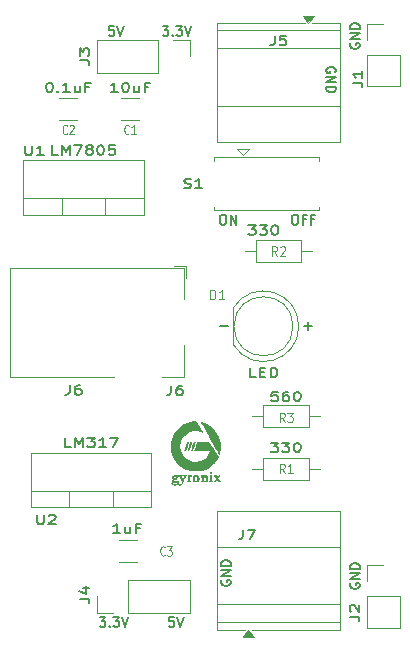
<source format=gbr>
%TF.GenerationSoftware,KiCad,Pcbnew,9.0.2*%
%TF.CreationDate,2025-06-13T20:10:21+08:00*%
%TF.ProjectId,Breadboard Power Supply,42726561-6462-46f6-9172-6420506f7765,1*%
%TF.SameCoordinates,Original*%
%TF.FileFunction,Legend,Top*%
%TF.FilePolarity,Positive*%
%FSLAX46Y46*%
G04 Gerber Fmt 4.6, Leading zero omitted, Abs format (unit mm)*
G04 Created by KiCad (PCBNEW 9.0.2) date 2025-06-13 20:10:21*
%MOMM*%
%LPD*%
G01*
G04 APERTURE LIST*
%ADD10C,0.152400*%
%ADD11C,0.150000*%
%ADD12C,0.108000*%
%ADD13C,0.090000*%
%ADD14C,0.120000*%
%ADD15C,0.000000*%
G04 APERTURE END LIST*
D10*
X146423491Y-66759539D02*
X146462196Y-66682129D01*
X146462196Y-66682129D02*
X146462196Y-66566015D01*
X146462196Y-66566015D02*
X146423491Y-66449901D01*
X146423491Y-66449901D02*
X146346081Y-66372491D01*
X146346081Y-66372491D02*
X146268672Y-66333786D01*
X146268672Y-66333786D02*
X146113853Y-66295082D01*
X146113853Y-66295082D02*
X145997739Y-66295082D01*
X145997739Y-66295082D02*
X145842920Y-66333786D01*
X145842920Y-66333786D02*
X145765510Y-66372491D01*
X145765510Y-66372491D02*
X145688101Y-66449901D01*
X145688101Y-66449901D02*
X145649396Y-66566015D01*
X145649396Y-66566015D02*
X145649396Y-66643424D01*
X145649396Y-66643424D02*
X145688101Y-66759539D01*
X145688101Y-66759539D02*
X145726805Y-66798243D01*
X145726805Y-66798243D02*
X145997739Y-66798243D01*
X145997739Y-66798243D02*
X145997739Y-66643424D01*
X145649396Y-67146586D02*
X146462196Y-67146586D01*
X146462196Y-67146586D02*
X145649396Y-67611043D01*
X145649396Y-67611043D02*
X146462196Y-67611043D01*
X145649396Y-67998091D02*
X146462196Y-67998091D01*
X146462196Y-67998091D02*
X146462196Y-68191615D01*
X146462196Y-68191615D02*
X146423491Y-68307729D01*
X146423491Y-68307729D02*
X146346081Y-68385139D01*
X146346081Y-68385139D02*
X146268672Y-68423844D01*
X146268672Y-68423844D02*
X146113853Y-68462548D01*
X146113853Y-68462548D02*
X145997739Y-68462548D01*
X145997739Y-68462548D02*
X145842920Y-68423844D01*
X145842920Y-68423844D02*
X145765510Y-68385139D01*
X145765510Y-68385139D02*
X145688101Y-68307729D01*
X145688101Y-68307729D02*
X145649396Y-68191615D01*
X145649396Y-68191615D02*
X145649396Y-67998091D01*
X143803786Y-88228965D02*
X144423063Y-88228965D01*
X144113424Y-88538603D02*
X144113424Y-87919327D01*
X131788377Y-62833803D02*
X132291539Y-62833803D01*
X132291539Y-62833803D02*
X132020605Y-63143441D01*
X132020605Y-63143441D02*
X132136720Y-63143441D01*
X132136720Y-63143441D02*
X132214129Y-63182146D01*
X132214129Y-63182146D02*
X132252834Y-63220851D01*
X132252834Y-63220851D02*
X132291539Y-63298260D01*
X132291539Y-63298260D02*
X132291539Y-63491784D01*
X132291539Y-63491784D02*
X132252834Y-63569194D01*
X132252834Y-63569194D02*
X132214129Y-63607899D01*
X132214129Y-63607899D02*
X132136720Y-63646603D01*
X132136720Y-63646603D02*
X131904491Y-63646603D01*
X131904491Y-63646603D02*
X131827082Y-63607899D01*
X131827082Y-63607899D02*
X131788377Y-63569194D01*
X132639881Y-63569194D02*
X132678586Y-63607899D01*
X132678586Y-63607899D02*
X132639881Y-63646603D01*
X132639881Y-63646603D02*
X132601177Y-63607899D01*
X132601177Y-63607899D02*
X132639881Y-63569194D01*
X132639881Y-63569194D02*
X132639881Y-63646603D01*
X132949520Y-62833803D02*
X133452682Y-62833803D01*
X133452682Y-62833803D02*
X133181748Y-63143441D01*
X133181748Y-63143441D02*
X133297863Y-63143441D01*
X133297863Y-63143441D02*
X133375272Y-63182146D01*
X133375272Y-63182146D02*
X133413977Y-63220851D01*
X133413977Y-63220851D02*
X133452682Y-63298260D01*
X133452682Y-63298260D02*
X133452682Y-63491784D01*
X133452682Y-63491784D02*
X133413977Y-63569194D01*
X133413977Y-63569194D02*
X133375272Y-63607899D01*
X133375272Y-63607899D02*
X133297863Y-63646603D01*
X133297863Y-63646603D02*
X133065634Y-63646603D01*
X133065634Y-63646603D02*
X132988225Y-63607899D01*
X132988225Y-63607899D02*
X132949520Y-63569194D01*
X133684910Y-62833803D02*
X133955843Y-63646603D01*
X133955843Y-63646603D02*
X134226777Y-62833803D01*
X147708508Y-110024460D02*
X147669803Y-110101870D01*
X147669803Y-110101870D02*
X147669803Y-110217984D01*
X147669803Y-110217984D02*
X147708508Y-110334098D01*
X147708508Y-110334098D02*
X147785918Y-110411508D01*
X147785918Y-110411508D02*
X147863327Y-110450213D01*
X147863327Y-110450213D02*
X148018146Y-110488917D01*
X148018146Y-110488917D02*
X148134260Y-110488917D01*
X148134260Y-110488917D02*
X148289079Y-110450213D01*
X148289079Y-110450213D02*
X148366489Y-110411508D01*
X148366489Y-110411508D02*
X148443899Y-110334098D01*
X148443899Y-110334098D02*
X148482603Y-110217984D01*
X148482603Y-110217984D02*
X148482603Y-110140575D01*
X148482603Y-110140575D02*
X148443899Y-110024460D01*
X148443899Y-110024460D02*
X148405194Y-109985756D01*
X148405194Y-109985756D02*
X148134260Y-109985756D01*
X148134260Y-109985756D02*
X148134260Y-110140575D01*
X148482603Y-109637413D02*
X147669803Y-109637413D01*
X147669803Y-109637413D02*
X148482603Y-109172956D01*
X148482603Y-109172956D02*
X147669803Y-109172956D01*
X148482603Y-108785908D02*
X147669803Y-108785908D01*
X147669803Y-108785908D02*
X147669803Y-108592384D01*
X147669803Y-108592384D02*
X147708508Y-108476270D01*
X147708508Y-108476270D02*
X147785918Y-108398860D01*
X147785918Y-108398860D02*
X147863327Y-108360155D01*
X147863327Y-108360155D02*
X148018146Y-108321451D01*
X148018146Y-108321451D02*
X148134260Y-108321451D01*
X148134260Y-108321451D02*
X148289079Y-108360155D01*
X148289079Y-108360155D02*
X148366489Y-108398860D01*
X148366489Y-108398860D02*
X148443899Y-108476270D01*
X148443899Y-108476270D02*
X148482603Y-108592384D01*
X148482603Y-108592384D02*
X148482603Y-108785908D01*
X136691786Y-88228965D02*
X137311063Y-88228965D01*
X126454377Y-112871803D02*
X126957539Y-112871803D01*
X126957539Y-112871803D02*
X126686605Y-113181441D01*
X126686605Y-113181441D02*
X126802720Y-113181441D01*
X126802720Y-113181441D02*
X126880129Y-113220146D01*
X126880129Y-113220146D02*
X126918834Y-113258851D01*
X126918834Y-113258851D02*
X126957539Y-113336260D01*
X126957539Y-113336260D02*
X126957539Y-113529784D01*
X126957539Y-113529784D02*
X126918834Y-113607194D01*
X126918834Y-113607194D02*
X126880129Y-113645899D01*
X126880129Y-113645899D02*
X126802720Y-113684603D01*
X126802720Y-113684603D02*
X126570491Y-113684603D01*
X126570491Y-113684603D02*
X126493082Y-113645899D01*
X126493082Y-113645899D02*
X126454377Y-113607194D01*
X127305881Y-113607194D02*
X127344586Y-113645899D01*
X127344586Y-113645899D02*
X127305881Y-113684603D01*
X127305881Y-113684603D02*
X127267177Y-113645899D01*
X127267177Y-113645899D02*
X127305881Y-113607194D01*
X127305881Y-113607194D02*
X127305881Y-113684603D01*
X127615520Y-112871803D02*
X128118682Y-112871803D01*
X128118682Y-112871803D02*
X127847748Y-113181441D01*
X127847748Y-113181441D02*
X127963863Y-113181441D01*
X127963863Y-113181441D02*
X128041272Y-113220146D01*
X128041272Y-113220146D02*
X128079977Y-113258851D01*
X128079977Y-113258851D02*
X128118682Y-113336260D01*
X128118682Y-113336260D02*
X128118682Y-113529784D01*
X128118682Y-113529784D02*
X128079977Y-113607194D01*
X128079977Y-113607194D02*
X128041272Y-113645899D01*
X128041272Y-113645899D02*
X127963863Y-113684603D01*
X127963863Y-113684603D02*
X127731634Y-113684603D01*
X127731634Y-113684603D02*
X127654225Y-113645899D01*
X127654225Y-113645899D02*
X127615520Y-113607194D01*
X128350910Y-112871803D02*
X128621843Y-113684603D01*
X128621843Y-113684603D02*
X128892777Y-112871803D01*
X142942605Y-78835803D02*
X143097424Y-78835803D01*
X143097424Y-78835803D02*
X143174834Y-78874508D01*
X143174834Y-78874508D02*
X143252243Y-78951918D01*
X143252243Y-78951918D02*
X143290948Y-79106737D01*
X143290948Y-79106737D02*
X143290948Y-79377670D01*
X143290948Y-79377670D02*
X143252243Y-79532489D01*
X143252243Y-79532489D02*
X143174834Y-79609899D01*
X143174834Y-79609899D02*
X143097424Y-79648603D01*
X143097424Y-79648603D02*
X142942605Y-79648603D01*
X142942605Y-79648603D02*
X142865196Y-79609899D01*
X142865196Y-79609899D02*
X142787786Y-79532489D01*
X142787786Y-79532489D02*
X142749082Y-79377670D01*
X142749082Y-79377670D02*
X142749082Y-79106737D01*
X142749082Y-79106737D02*
X142787786Y-78951918D01*
X142787786Y-78951918D02*
X142865196Y-78874508D01*
X142865196Y-78874508D02*
X142942605Y-78835803D01*
X143910225Y-79222851D02*
X143639291Y-79222851D01*
X143639291Y-79648603D02*
X143639291Y-78835803D01*
X143639291Y-78835803D02*
X144026339Y-78835803D01*
X144606911Y-79222851D02*
X144335977Y-79222851D01*
X144335977Y-79648603D02*
X144335977Y-78835803D01*
X144335977Y-78835803D02*
X144723025Y-78835803D01*
X127680834Y-62833803D02*
X127293786Y-62833803D01*
X127293786Y-62833803D02*
X127255082Y-63220851D01*
X127255082Y-63220851D02*
X127293786Y-63182146D01*
X127293786Y-63182146D02*
X127371196Y-63143441D01*
X127371196Y-63143441D02*
X127564720Y-63143441D01*
X127564720Y-63143441D02*
X127642129Y-63182146D01*
X127642129Y-63182146D02*
X127680834Y-63220851D01*
X127680834Y-63220851D02*
X127719539Y-63298260D01*
X127719539Y-63298260D02*
X127719539Y-63491784D01*
X127719539Y-63491784D02*
X127680834Y-63569194D01*
X127680834Y-63569194D02*
X127642129Y-63607899D01*
X127642129Y-63607899D02*
X127564720Y-63646603D01*
X127564720Y-63646603D02*
X127371196Y-63646603D01*
X127371196Y-63646603D02*
X127293786Y-63607899D01*
X127293786Y-63607899D02*
X127255082Y-63569194D01*
X127951767Y-62833803D02*
X128222700Y-63646603D01*
X128222700Y-63646603D02*
X128493634Y-62833803D01*
X132760834Y-112871803D02*
X132373786Y-112871803D01*
X132373786Y-112871803D02*
X132335082Y-113258851D01*
X132335082Y-113258851D02*
X132373786Y-113220146D01*
X132373786Y-113220146D02*
X132451196Y-113181441D01*
X132451196Y-113181441D02*
X132644720Y-113181441D01*
X132644720Y-113181441D02*
X132722129Y-113220146D01*
X132722129Y-113220146D02*
X132760834Y-113258851D01*
X132760834Y-113258851D02*
X132799539Y-113336260D01*
X132799539Y-113336260D02*
X132799539Y-113529784D01*
X132799539Y-113529784D02*
X132760834Y-113607194D01*
X132760834Y-113607194D02*
X132722129Y-113645899D01*
X132722129Y-113645899D02*
X132644720Y-113684603D01*
X132644720Y-113684603D02*
X132451196Y-113684603D01*
X132451196Y-113684603D02*
X132373786Y-113645899D01*
X132373786Y-113645899D02*
X132335082Y-113607194D01*
X133031767Y-112871803D02*
X133302700Y-113684603D01*
X133302700Y-113684603D02*
X133573634Y-112871803D01*
X136846605Y-78835803D02*
X137001424Y-78835803D01*
X137001424Y-78835803D02*
X137078834Y-78874508D01*
X137078834Y-78874508D02*
X137156243Y-78951918D01*
X137156243Y-78951918D02*
X137194948Y-79106737D01*
X137194948Y-79106737D02*
X137194948Y-79377670D01*
X137194948Y-79377670D02*
X137156243Y-79532489D01*
X137156243Y-79532489D02*
X137078834Y-79609899D01*
X137078834Y-79609899D02*
X137001424Y-79648603D01*
X137001424Y-79648603D02*
X136846605Y-79648603D01*
X136846605Y-79648603D02*
X136769196Y-79609899D01*
X136769196Y-79609899D02*
X136691786Y-79532489D01*
X136691786Y-79532489D02*
X136653082Y-79377670D01*
X136653082Y-79377670D02*
X136653082Y-79106737D01*
X136653082Y-79106737D02*
X136691786Y-78951918D01*
X136691786Y-78951918D02*
X136769196Y-78874508D01*
X136769196Y-78874508D02*
X136846605Y-78835803D01*
X137543291Y-79648603D02*
X137543291Y-78835803D01*
X137543291Y-78835803D02*
X138007748Y-79648603D01*
X138007748Y-79648603D02*
X138007748Y-78835803D01*
X136786508Y-109770460D02*
X136747803Y-109847870D01*
X136747803Y-109847870D02*
X136747803Y-109963984D01*
X136747803Y-109963984D02*
X136786508Y-110080098D01*
X136786508Y-110080098D02*
X136863918Y-110157508D01*
X136863918Y-110157508D02*
X136941327Y-110196213D01*
X136941327Y-110196213D02*
X137096146Y-110234917D01*
X137096146Y-110234917D02*
X137212260Y-110234917D01*
X137212260Y-110234917D02*
X137367079Y-110196213D01*
X137367079Y-110196213D02*
X137444489Y-110157508D01*
X137444489Y-110157508D02*
X137521899Y-110080098D01*
X137521899Y-110080098D02*
X137560603Y-109963984D01*
X137560603Y-109963984D02*
X137560603Y-109886575D01*
X137560603Y-109886575D02*
X137521899Y-109770460D01*
X137521899Y-109770460D02*
X137483194Y-109731756D01*
X137483194Y-109731756D02*
X137212260Y-109731756D01*
X137212260Y-109731756D02*
X137212260Y-109886575D01*
X137560603Y-109383413D02*
X136747803Y-109383413D01*
X136747803Y-109383413D02*
X137560603Y-108918956D01*
X137560603Y-108918956D02*
X136747803Y-108918956D01*
X137560603Y-108531908D02*
X136747803Y-108531908D01*
X136747803Y-108531908D02*
X136747803Y-108338384D01*
X136747803Y-108338384D02*
X136786508Y-108222270D01*
X136786508Y-108222270D02*
X136863918Y-108144860D01*
X136863918Y-108144860D02*
X136941327Y-108106155D01*
X136941327Y-108106155D02*
X137096146Y-108067451D01*
X137096146Y-108067451D02*
X137212260Y-108067451D01*
X137212260Y-108067451D02*
X137367079Y-108106155D01*
X137367079Y-108106155D02*
X137444489Y-108144860D01*
X137444489Y-108144860D02*
X137521899Y-108222270D01*
X137521899Y-108222270D02*
X137560603Y-108338384D01*
X137560603Y-108338384D02*
X137560603Y-108531908D01*
X147708508Y-64304460D02*
X147669803Y-64381870D01*
X147669803Y-64381870D02*
X147669803Y-64497984D01*
X147669803Y-64497984D02*
X147708508Y-64614098D01*
X147708508Y-64614098D02*
X147785918Y-64691508D01*
X147785918Y-64691508D02*
X147863327Y-64730213D01*
X147863327Y-64730213D02*
X148018146Y-64768917D01*
X148018146Y-64768917D02*
X148134260Y-64768917D01*
X148134260Y-64768917D02*
X148289079Y-64730213D01*
X148289079Y-64730213D02*
X148366489Y-64691508D01*
X148366489Y-64691508D02*
X148443899Y-64614098D01*
X148443899Y-64614098D02*
X148482603Y-64497984D01*
X148482603Y-64497984D02*
X148482603Y-64420575D01*
X148482603Y-64420575D02*
X148443899Y-64304460D01*
X148443899Y-64304460D02*
X148405194Y-64265756D01*
X148405194Y-64265756D02*
X148134260Y-64265756D01*
X148134260Y-64265756D02*
X148134260Y-64420575D01*
X148482603Y-63917413D02*
X147669803Y-63917413D01*
X147669803Y-63917413D02*
X148482603Y-63452956D01*
X148482603Y-63452956D02*
X147669803Y-63452956D01*
X148482603Y-63065908D02*
X147669803Y-63065908D01*
X147669803Y-63065908D02*
X147669803Y-62872384D01*
X147669803Y-62872384D02*
X147708508Y-62756270D01*
X147708508Y-62756270D02*
X147785918Y-62678860D01*
X147785918Y-62678860D02*
X147863327Y-62640155D01*
X147863327Y-62640155D02*
X148018146Y-62601451D01*
X148018146Y-62601451D02*
X148134260Y-62601451D01*
X148134260Y-62601451D02*
X148289079Y-62640155D01*
X148289079Y-62640155D02*
X148366489Y-62678860D01*
X148366489Y-62678860D02*
X148443899Y-62756270D01*
X148443899Y-62756270D02*
X148482603Y-62872384D01*
X148482603Y-62872384D02*
X148482603Y-63065908D01*
D11*
X141525714Y-93796295D02*
X141049524Y-93796295D01*
X141049524Y-93796295D02*
X141001905Y-94177247D01*
X141001905Y-94177247D02*
X141049524Y-94139152D01*
X141049524Y-94139152D02*
X141144762Y-94101057D01*
X141144762Y-94101057D02*
X141382857Y-94101057D01*
X141382857Y-94101057D02*
X141478095Y-94139152D01*
X141478095Y-94139152D02*
X141525714Y-94177247D01*
X141525714Y-94177247D02*
X141573333Y-94253438D01*
X141573333Y-94253438D02*
X141573333Y-94443914D01*
X141573333Y-94443914D02*
X141525714Y-94520104D01*
X141525714Y-94520104D02*
X141478095Y-94558200D01*
X141478095Y-94558200D02*
X141382857Y-94596295D01*
X141382857Y-94596295D02*
X141144762Y-94596295D01*
X141144762Y-94596295D02*
X141049524Y-94558200D01*
X141049524Y-94558200D02*
X141001905Y-94520104D01*
X142430476Y-93796295D02*
X142240000Y-93796295D01*
X142240000Y-93796295D02*
X142144762Y-93834390D01*
X142144762Y-93834390D02*
X142097143Y-93872485D01*
X142097143Y-93872485D02*
X142001905Y-93986771D01*
X142001905Y-93986771D02*
X141954286Y-94139152D01*
X141954286Y-94139152D02*
X141954286Y-94443914D01*
X141954286Y-94443914D02*
X142001905Y-94520104D01*
X142001905Y-94520104D02*
X142049524Y-94558200D01*
X142049524Y-94558200D02*
X142144762Y-94596295D01*
X142144762Y-94596295D02*
X142335238Y-94596295D01*
X142335238Y-94596295D02*
X142430476Y-94558200D01*
X142430476Y-94558200D02*
X142478095Y-94520104D01*
X142478095Y-94520104D02*
X142525714Y-94443914D01*
X142525714Y-94443914D02*
X142525714Y-94253438D01*
X142525714Y-94253438D02*
X142478095Y-94177247D01*
X142478095Y-94177247D02*
X142430476Y-94139152D01*
X142430476Y-94139152D02*
X142335238Y-94101057D01*
X142335238Y-94101057D02*
X142144762Y-94101057D01*
X142144762Y-94101057D02*
X142049524Y-94139152D01*
X142049524Y-94139152D02*
X142001905Y-94177247D01*
X142001905Y-94177247D02*
X141954286Y-94253438D01*
X143144762Y-93796295D02*
X143240000Y-93796295D01*
X143240000Y-93796295D02*
X143335238Y-93834390D01*
X143335238Y-93834390D02*
X143382857Y-93872485D01*
X143382857Y-93872485D02*
X143430476Y-93948676D01*
X143430476Y-93948676D02*
X143478095Y-94101057D01*
X143478095Y-94101057D02*
X143478095Y-94291533D01*
X143478095Y-94291533D02*
X143430476Y-94443914D01*
X143430476Y-94443914D02*
X143382857Y-94520104D01*
X143382857Y-94520104D02*
X143335238Y-94558200D01*
X143335238Y-94558200D02*
X143240000Y-94596295D01*
X143240000Y-94596295D02*
X143144762Y-94596295D01*
X143144762Y-94596295D02*
X143049524Y-94558200D01*
X143049524Y-94558200D02*
X143001905Y-94520104D01*
X143001905Y-94520104D02*
X142954286Y-94443914D01*
X142954286Y-94443914D02*
X142906667Y-94291533D01*
X142906667Y-94291533D02*
X142906667Y-94101057D01*
X142906667Y-94101057D02*
X142954286Y-93948676D01*
X142954286Y-93948676D02*
X143001905Y-93872485D01*
X143001905Y-93872485D02*
X143049524Y-93834390D01*
X143049524Y-93834390D02*
X143144762Y-93796295D01*
D12*
X142120000Y-96376479D02*
X141880000Y-95995526D01*
X141708571Y-96376479D02*
X141708571Y-95576479D01*
X141708571Y-95576479D02*
X141982857Y-95576479D01*
X141982857Y-95576479D02*
X142051428Y-95614574D01*
X142051428Y-95614574D02*
X142085714Y-95652669D01*
X142085714Y-95652669D02*
X142120000Y-95728860D01*
X142120000Y-95728860D02*
X142120000Y-95843145D01*
X142120000Y-95843145D02*
X142085714Y-95919336D01*
X142085714Y-95919336D02*
X142051428Y-95957431D01*
X142051428Y-95957431D02*
X141982857Y-95995526D01*
X141982857Y-95995526D02*
X141708571Y-95995526D01*
X142360000Y-95576479D02*
X142805714Y-95576479D01*
X142805714Y-95576479D02*
X142565714Y-95881241D01*
X142565714Y-95881241D02*
X142668571Y-95881241D01*
X142668571Y-95881241D02*
X142737143Y-95919336D01*
X142737143Y-95919336D02*
X142771428Y-95957431D01*
X142771428Y-95957431D02*
X142805714Y-96033622D01*
X142805714Y-96033622D02*
X142805714Y-96224098D01*
X142805714Y-96224098D02*
X142771428Y-96300288D01*
X142771428Y-96300288D02*
X142737143Y-96338384D01*
X142737143Y-96338384D02*
X142668571Y-96376479D01*
X142668571Y-96376479D02*
X142462857Y-96376479D01*
X142462857Y-96376479D02*
X142394285Y-96338384D01*
X142394285Y-96338384D02*
X142360000Y-96300288D01*
D11*
X127980571Y-68434295D02*
X127409143Y-68434295D01*
X127694857Y-68434295D02*
X127694857Y-67634295D01*
X127694857Y-67634295D02*
X127599619Y-67748580D01*
X127599619Y-67748580D02*
X127504381Y-67824771D01*
X127504381Y-67824771D02*
X127409143Y-67862866D01*
X128599619Y-67634295D02*
X128694857Y-67634295D01*
X128694857Y-67634295D02*
X128790095Y-67672390D01*
X128790095Y-67672390D02*
X128837714Y-67710485D01*
X128837714Y-67710485D02*
X128885333Y-67786676D01*
X128885333Y-67786676D02*
X128932952Y-67939057D01*
X128932952Y-67939057D02*
X128932952Y-68129533D01*
X128932952Y-68129533D02*
X128885333Y-68281914D01*
X128885333Y-68281914D02*
X128837714Y-68358104D01*
X128837714Y-68358104D02*
X128790095Y-68396200D01*
X128790095Y-68396200D02*
X128694857Y-68434295D01*
X128694857Y-68434295D02*
X128599619Y-68434295D01*
X128599619Y-68434295D02*
X128504381Y-68396200D01*
X128504381Y-68396200D02*
X128456762Y-68358104D01*
X128456762Y-68358104D02*
X128409143Y-68281914D01*
X128409143Y-68281914D02*
X128361524Y-68129533D01*
X128361524Y-68129533D02*
X128361524Y-67939057D01*
X128361524Y-67939057D02*
X128409143Y-67786676D01*
X128409143Y-67786676D02*
X128456762Y-67710485D01*
X128456762Y-67710485D02*
X128504381Y-67672390D01*
X128504381Y-67672390D02*
X128599619Y-67634295D01*
X129790095Y-67900961D02*
X129790095Y-68434295D01*
X129361524Y-67900961D02*
X129361524Y-68320009D01*
X129361524Y-68320009D02*
X129409143Y-68396200D01*
X129409143Y-68396200D02*
X129504381Y-68434295D01*
X129504381Y-68434295D02*
X129647238Y-68434295D01*
X129647238Y-68434295D02*
X129742476Y-68396200D01*
X129742476Y-68396200D02*
X129790095Y-68358104D01*
X130599619Y-68015247D02*
X130266286Y-68015247D01*
X130266286Y-68434295D02*
X130266286Y-67634295D01*
X130266286Y-67634295D02*
X130742476Y-67634295D01*
D13*
X128932000Y-71917224D02*
X128903428Y-71955320D01*
X128903428Y-71955320D02*
X128817714Y-71993415D01*
X128817714Y-71993415D02*
X128760571Y-71993415D01*
X128760571Y-71993415D02*
X128674857Y-71955320D01*
X128674857Y-71955320D02*
X128617714Y-71879129D01*
X128617714Y-71879129D02*
X128589143Y-71802939D01*
X128589143Y-71802939D02*
X128560571Y-71650558D01*
X128560571Y-71650558D02*
X128560571Y-71536272D01*
X128560571Y-71536272D02*
X128589143Y-71383891D01*
X128589143Y-71383891D02*
X128617714Y-71307700D01*
X128617714Y-71307700D02*
X128674857Y-71231510D01*
X128674857Y-71231510D02*
X128760571Y-71193415D01*
X128760571Y-71193415D02*
X128817714Y-71193415D01*
X128817714Y-71193415D02*
X128903428Y-71231510D01*
X128903428Y-71231510D02*
X128932000Y-71269605D01*
X129503428Y-71993415D02*
X129160571Y-71993415D01*
X129332000Y-71993415D02*
X129332000Y-71193415D01*
X129332000Y-71193415D02*
X129274857Y-71307700D01*
X129274857Y-71307700D02*
X129217714Y-71383891D01*
X129217714Y-71383891D02*
X129160571Y-71421986D01*
D11*
X133604095Y-76524200D02*
X133746952Y-76562295D01*
X133746952Y-76562295D02*
X133985047Y-76562295D01*
X133985047Y-76562295D02*
X134080285Y-76524200D01*
X134080285Y-76524200D02*
X134127904Y-76486104D01*
X134127904Y-76486104D02*
X134175523Y-76409914D01*
X134175523Y-76409914D02*
X134175523Y-76333723D01*
X134175523Y-76333723D02*
X134127904Y-76257533D01*
X134127904Y-76257533D02*
X134080285Y-76219438D01*
X134080285Y-76219438D02*
X133985047Y-76181342D01*
X133985047Y-76181342D02*
X133794571Y-76143247D01*
X133794571Y-76143247D02*
X133699333Y-76105152D01*
X133699333Y-76105152D02*
X133651714Y-76067057D01*
X133651714Y-76067057D02*
X133604095Y-75990866D01*
X133604095Y-75990866D02*
X133604095Y-75914676D01*
X133604095Y-75914676D02*
X133651714Y-75838485D01*
X133651714Y-75838485D02*
X133699333Y-75800390D01*
X133699333Y-75800390D02*
X133794571Y-75762295D01*
X133794571Y-75762295D02*
X134032666Y-75762295D01*
X134032666Y-75762295D02*
X134175523Y-75800390D01*
X135127904Y-76562295D02*
X134556476Y-76562295D01*
X134842190Y-76562295D02*
X134842190Y-75762295D01*
X134842190Y-75762295D02*
X134746952Y-75876580D01*
X134746952Y-75876580D02*
X134651714Y-75952771D01*
X134651714Y-75952771D02*
X134556476Y-75990866D01*
X139692142Y-92587295D02*
X139215952Y-92587295D01*
X139215952Y-92587295D02*
X139215952Y-91787295D01*
X140025476Y-92168247D02*
X140358809Y-92168247D01*
X140501666Y-92587295D02*
X140025476Y-92587295D01*
X140025476Y-92587295D02*
X140025476Y-91787295D01*
X140025476Y-91787295D02*
X140501666Y-91787295D01*
X140930238Y-92587295D02*
X140930238Y-91787295D01*
X140930238Y-91787295D02*
X141168333Y-91787295D01*
X141168333Y-91787295D02*
X141311190Y-91825390D01*
X141311190Y-91825390D02*
X141406428Y-91901580D01*
X141406428Y-91901580D02*
X141454047Y-91977771D01*
X141454047Y-91977771D02*
X141501666Y-92130152D01*
X141501666Y-92130152D02*
X141501666Y-92244438D01*
X141501666Y-92244438D02*
X141454047Y-92396819D01*
X141454047Y-92396819D02*
X141406428Y-92473009D01*
X141406428Y-92473009D02*
X141311190Y-92549200D01*
X141311190Y-92549200D02*
X141168333Y-92587295D01*
X141168333Y-92587295D02*
X140930238Y-92587295D01*
D14*
X135807524Y-85961855D02*
X135807524Y-85161855D01*
X135807524Y-85161855D02*
X135998000Y-85161855D01*
X135998000Y-85161855D02*
X136112286Y-85199950D01*
X136112286Y-85199950D02*
X136188476Y-85276140D01*
X136188476Y-85276140D02*
X136226571Y-85352331D01*
X136226571Y-85352331D02*
X136264667Y-85504712D01*
X136264667Y-85504712D02*
X136264667Y-85618998D01*
X136264667Y-85618998D02*
X136226571Y-85771379D01*
X136226571Y-85771379D02*
X136188476Y-85847569D01*
X136188476Y-85847569D02*
X136112286Y-85923760D01*
X136112286Y-85923760D02*
X135998000Y-85961855D01*
X135998000Y-85961855D02*
X135807524Y-85961855D01*
X137026571Y-85961855D02*
X136569428Y-85961855D01*
X136798000Y-85961855D02*
X136798000Y-85161855D01*
X136798000Y-85161855D02*
X136721809Y-85276140D01*
X136721809Y-85276140D02*
X136645619Y-85352331D01*
X136645619Y-85352331D02*
X136569428Y-85390426D01*
D11*
X122928333Y-73727295D02*
X122452143Y-73727295D01*
X122452143Y-73727295D02*
X122452143Y-72927295D01*
X123261667Y-73727295D02*
X123261667Y-72927295D01*
X123261667Y-72927295D02*
X123595000Y-73498723D01*
X123595000Y-73498723D02*
X123928333Y-72927295D01*
X123928333Y-72927295D02*
X123928333Y-73727295D01*
X124309286Y-72927295D02*
X124975952Y-72927295D01*
X124975952Y-72927295D02*
X124547381Y-73727295D01*
X125499762Y-73270152D02*
X125404524Y-73232057D01*
X125404524Y-73232057D02*
X125356905Y-73193961D01*
X125356905Y-73193961D02*
X125309286Y-73117771D01*
X125309286Y-73117771D02*
X125309286Y-73079676D01*
X125309286Y-73079676D02*
X125356905Y-73003485D01*
X125356905Y-73003485D02*
X125404524Y-72965390D01*
X125404524Y-72965390D02*
X125499762Y-72927295D01*
X125499762Y-72927295D02*
X125690238Y-72927295D01*
X125690238Y-72927295D02*
X125785476Y-72965390D01*
X125785476Y-72965390D02*
X125833095Y-73003485D01*
X125833095Y-73003485D02*
X125880714Y-73079676D01*
X125880714Y-73079676D02*
X125880714Y-73117771D01*
X125880714Y-73117771D02*
X125833095Y-73193961D01*
X125833095Y-73193961D02*
X125785476Y-73232057D01*
X125785476Y-73232057D02*
X125690238Y-73270152D01*
X125690238Y-73270152D02*
X125499762Y-73270152D01*
X125499762Y-73270152D02*
X125404524Y-73308247D01*
X125404524Y-73308247D02*
X125356905Y-73346342D01*
X125356905Y-73346342D02*
X125309286Y-73422533D01*
X125309286Y-73422533D02*
X125309286Y-73574914D01*
X125309286Y-73574914D02*
X125356905Y-73651104D01*
X125356905Y-73651104D02*
X125404524Y-73689200D01*
X125404524Y-73689200D02*
X125499762Y-73727295D01*
X125499762Y-73727295D02*
X125690238Y-73727295D01*
X125690238Y-73727295D02*
X125785476Y-73689200D01*
X125785476Y-73689200D02*
X125833095Y-73651104D01*
X125833095Y-73651104D02*
X125880714Y-73574914D01*
X125880714Y-73574914D02*
X125880714Y-73422533D01*
X125880714Y-73422533D02*
X125833095Y-73346342D01*
X125833095Y-73346342D02*
X125785476Y-73308247D01*
X125785476Y-73308247D02*
X125690238Y-73270152D01*
X126499762Y-72927295D02*
X126595000Y-72927295D01*
X126595000Y-72927295D02*
X126690238Y-72965390D01*
X126690238Y-72965390D02*
X126737857Y-73003485D01*
X126737857Y-73003485D02*
X126785476Y-73079676D01*
X126785476Y-73079676D02*
X126833095Y-73232057D01*
X126833095Y-73232057D02*
X126833095Y-73422533D01*
X126833095Y-73422533D02*
X126785476Y-73574914D01*
X126785476Y-73574914D02*
X126737857Y-73651104D01*
X126737857Y-73651104D02*
X126690238Y-73689200D01*
X126690238Y-73689200D02*
X126595000Y-73727295D01*
X126595000Y-73727295D02*
X126499762Y-73727295D01*
X126499762Y-73727295D02*
X126404524Y-73689200D01*
X126404524Y-73689200D02*
X126356905Y-73651104D01*
X126356905Y-73651104D02*
X126309286Y-73574914D01*
X126309286Y-73574914D02*
X126261667Y-73422533D01*
X126261667Y-73422533D02*
X126261667Y-73232057D01*
X126261667Y-73232057D02*
X126309286Y-73079676D01*
X126309286Y-73079676D02*
X126356905Y-73003485D01*
X126356905Y-73003485D02*
X126404524Y-72965390D01*
X126404524Y-72965390D02*
X126499762Y-72927295D01*
X127737857Y-72927295D02*
X127261667Y-72927295D01*
X127261667Y-72927295D02*
X127214048Y-73308247D01*
X127214048Y-73308247D02*
X127261667Y-73270152D01*
X127261667Y-73270152D02*
X127356905Y-73232057D01*
X127356905Y-73232057D02*
X127595000Y-73232057D01*
X127595000Y-73232057D02*
X127690238Y-73270152D01*
X127690238Y-73270152D02*
X127737857Y-73308247D01*
X127737857Y-73308247D02*
X127785476Y-73384438D01*
X127785476Y-73384438D02*
X127785476Y-73574914D01*
X127785476Y-73574914D02*
X127737857Y-73651104D01*
X127737857Y-73651104D02*
X127690238Y-73689200D01*
X127690238Y-73689200D02*
X127595000Y-73727295D01*
X127595000Y-73727295D02*
X127356905Y-73727295D01*
X127356905Y-73727295D02*
X127261667Y-73689200D01*
X127261667Y-73689200D02*
X127214048Y-73651104D01*
X120142095Y-72968295D02*
X120142095Y-73615914D01*
X120142095Y-73615914D02*
X120189714Y-73692104D01*
X120189714Y-73692104D02*
X120237333Y-73730200D01*
X120237333Y-73730200D02*
X120332571Y-73768295D01*
X120332571Y-73768295D02*
X120523047Y-73768295D01*
X120523047Y-73768295D02*
X120618285Y-73730200D01*
X120618285Y-73730200D02*
X120665904Y-73692104D01*
X120665904Y-73692104D02*
X120713523Y-73615914D01*
X120713523Y-73615914D02*
X120713523Y-72968295D01*
X121713523Y-73768295D02*
X121142095Y-73768295D01*
X121427809Y-73768295D02*
X121427809Y-72968295D01*
X121427809Y-72968295D02*
X121332571Y-73082580D01*
X121332571Y-73082580D02*
X121237333Y-73158771D01*
X121237333Y-73158771D02*
X121142095Y-73196866D01*
X122162143Y-67634295D02*
X122257381Y-67634295D01*
X122257381Y-67634295D02*
X122352619Y-67672390D01*
X122352619Y-67672390D02*
X122400238Y-67710485D01*
X122400238Y-67710485D02*
X122447857Y-67786676D01*
X122447857Y-67786676D02*
X122495476Y-67939057D01*
X122495476Y-67939057D02*
X122495476Y-68129533D01*
X122495476Y-68129533D02*
X122447857Y-68281914D01*
X122447857Y-68281914D02*
X122400238Y-68358104D01*
X122400238Y-68358104D02*
X122352619Y-68396200D01*
X122352619Y-68396200D02*
X122257381Y-68434295D01*
X122257381Y-68434295D02*
X122162143Y-68434295D01*
X122162143Y-68434295D02*
X122066905Y-68396200D01*
X122066905Y-68396200D02*
X122019286Y-68358104D01*
X122019286Y-68358104D02*
X121971667Y-68281914D01*
X121971667Y-68281914D02*
X121924048Y-68129533D01*
X121924048Y-68129533D02*
X121924048Y-67939057D01*
X121924048Y-67939057D02*
X121971667Y-67786676D01*
X121971667Y-67786676D02*
X122019286Y-67710485D01*
X122019286Y-67710485D02*
X122066905Y-67672390D01*
X122066905Y-67672390D02*
X122162143Y-67634295D01*
X122924048Y-68358104D02*
X122971667Y-68396200D01*
X122971667Y-68396200D02*
X122924048Y-68434295D01*
X122924048Y-68434295D02*
X122876429Y-68396200D01*
X122876429Y-68396200D02*
X122924048Y-68358104D01*
X122924048Y-68358104D02*
X122924048Y-68434295D01*
X123924047Y-68434295D02*
X123352619Y-68434295D01*
X123638333Y-68434295D02*
X123638333Y-67634295D01*
X123638333Y-67634295D02*
X123543095Y-67748580D01*
X123543095Y-67748580D02*
X123447857Y-67824771D01*
X123447857Y-67824771D02*
X123352619Y-67862866D01*
X124781190Y-67900961D02*
X124781190Y-68434295D01*
X124352619Y-67900961D02*
X124352619Y-68320009D01*
X124352619Y-68320009D02*
X124400238Y-68396200D01*
X124400238Y-68396200D02*
X124495476Y-68434295D01*
X124495476Y-68434295D02*
X124638333Y-68434295D01*
X124638333Y-68434295D02*
X124733571Y-68396200D01*
X124733571Y-68396200D02*
X124781190Y-68358104D01*
X125590714Y-68015247D02*
X125257381Y-68015247D01*
X125257381Y-68434295D02*
X125257381Y-67634295D01*
X125257381Y-67634295D02*
X125733571Y-67634295D01*
D13*
X123705000Y-71917224D02*
X123676428Y-71955320D01*
X123676428Y-71955320D02*
X123590714Y-71993415D01*
X123590714Y-71993415D02*
X123533571Y-71993415D01*
X123533571Y-71993415D02*
X123447857Y-71955320D01*
X123447857Y-71955320D02*
X123390714Y-71879129D01*
X123390714Y-71879129D02*
X123362143Y-71802939D01*
X123362143Y-71802939D02*
X123333571Y-71650558D01*
X123333571Y-71650558D02*
X123333571Y-71536272D01*
X123333571Y-71536272D02*
X123362143Y-71383891D01*
X123362143Y-71383891D02*
X123390714Y-71307700D01*
X123390714Y-71307700D02*
X123447857Y-71231510D01*
X123447857Y-71231510D02*
X123533571Y-71193415D01*
X123533571Y-71193415D02*
X123590714Y-71193415D01*
X123590714Y-71193415D02*
X123676428Y-71231510D01*
X123676428Y-71231510D02*
X123705000Y-71269605D01*
X123933571Y-71269605D02*
X123962143Y-71231510D01*
X123962143Y-71231510D02*
X124019286Y-71193415D01*
X124019286Y-71193415D02*
X124162143Y-71193415D01*
X124162143Y-71193415D02*
X124219286Y-71231510D01*
X124219286Y-71231510D02*
X124247857Y-71269605D01*
X124247857Y-71269605D02*
X124276428Y-71345796D01*
X124276428Y-71345796D02*
X124276428Y-71421986D01*
X124276428Y-71421986D02*
X124247857Y-71536272D01*
X124247857Y-71536272D02*
X123905000Y-71993415D01*
X123905000Y-71993415D02*
X124276428Y-71993415D01*
D11*
X139049286Y-79699295D02*
X139668333Y-79699295D01*
X139668333Y-79699295D02*
X139335000Y-80004057D01*
X139335000Y-80004057D02*
X139477857Y-80004057D01*
X139477857Y-80004057D02*
X139573095Y-80042152D01*
X139573095Y-80042152D02*
X139620714Y-80080247D01*
X139620714Y-80080247D02*
X139668333Y-80156438D01*
X139668333Y-80156438D02*
X139668333Y-80346914D01*
X139668333Y-80346914D02*
X139620714Y-80423104D01*
X139620714Y-80423104D02*
X139573095Y-80461200D01*
X139573095Y-80461200D02*
X139477857Y-80499295D01*
X139477857Y-80499295D02*
X139192143Y-80499295D01*
X139192143Y-80499295D02*
X139096905Y-80461200D01*
X139096905Y-80461200D02*
X139049286Y-80423104D01*
X140001667Y-79699295D02*
X140620714Y-79699295D01*
X140620714Y-79699295D02*
X140287381Y-80004057D01*
X140287381Y-80004057D02*
X140430238Y-80004057D01*
X140430238Y-80004057D02*
X140525476Y-80042152D01*
X140525476Y-80042152D02*
X140573095Y-80080247D01*
X140573095Y-80080247D02*
X140620714Y-80156438D01*
X140620714Y-80156438D02*
X140620714Y-80346914D01*
X140620714Y-80346914D02*
X140573095Y-80423104D01*
X140573095Y-80423104D02*
X140525476Y-80461200D01*
X140525476Y-80461200D02*
X140430238Y-80499295D01*
X140430238Y-80499295D02*
X140144524Y-80499295D01*
X140144524Y-80499295D02*
X140049286Y-80461200D01*
X140049286Y-80461200D02*
X140001667Y-80423104D01*
X141239762Y-79699295D02*
X141335000Y-79699295D01*
X141335000Y-79699295D02*
X141430238Y-79737390D01*
X141430238Y-79737390D02*
X141477857Y-79775485D01*
X141477857Y-79775485D02*
X141525476Y-79851676D01*
X141525476Y-79851676D02*
X141573095Y-80004057D01*
X141573095Y-80004057D02*
X141573095Y-80194533D01*
X141573095Y-80194533D02*
X141525476Y-80346914D01*
X141525476Y-80346914D02*
X141477857Y-80423104D01*
X141477857Y-80423104D02*
X141430238Y-80461200D01*
X141430238Y-80461200D02*
X141335000Y-80499295D01*
X141335000Y-80499295D02*
X141239762Y-80499295D01*
X141239762Y-80499295D02*
X141144524Y-80461200D01*
X141144524Y-80461200D02*
X141096905Y-80423104D01*
X141096905Y-80423104D02*
X141049286Y-80346914D01*
X141049286Y-80346914D02*
X141001667Y-80194533D01*
X141001667Y-80194533D02*
X141001667Y-80004057D01*
X141001667Y-80004057D02*
X141049286Y-79851676D01*
X141049286Y-79851676D02*
X141096905Y-79775485D01*
X141096905Y-79775485D02*
X141144524Y-79737390D01*
X141144524Y-79737390D02*
X141239762Y-79699295D01*
D12*
X141485000Y-82279479D02*
X141245000Y-81898526D01*
X141073571Y-82279479D02*
X141073571Y-81479479D01*
X141073571Y-81479479D02*
X141347857Y-81479479D01*
X141347857Y-81479479D02*
X141416428Y-81517574D01*
X141416428Y-81517574D02*
X141450714Y-81555669D01*
X141450714Y-81555669D02*
X141485000Y-81631860D01*
X141485000Y-81631860D02*
X141485000Y-81746145D01*
X141485000Y-81746145D02*
X141450714Y-81822336D01*
X141450714Y-81822336D02*
X141416428Y-81860431D01*
X141416428Y-81860431D02*
X141347857Y-81898526D01*
X141347857Y-81898526D02*
X141073571Y-81898526D01*
X141759285Y-81555669D02*
X141793571Y-81517574D01*
X141793571Y-81517574D02*
X141862143Y-81479479D01*
X141862143Y-81479479D02*
X142033571Y-81479479D01*
X142033571Y-81479479D02*
X142102143Y-81517574D01*
X142102143Y-81517574D02*
X142136428Y-81555669D01*
X142136428Y-81555669D02*
X142170714Y-81631860D01*
X142170714Y-81631860D02*
X142170714Y-81708050D01*
X142170714Y-81708050D02*
X142136428Y-81822336D01*
X142136428Y-81822336D02*
X141725000Y-82279479D01*
X141725000Y-82279479D02*
X142170714Y-82279479D01*
D11*
X141271666Y-63672295D02*
X141271666Y-64243723D01*
X141271666Y-64243723D02*
X141224047Y-64358009D01*
X141224047Y-64358009D02*
X141128809Y-64434200D01*
X141128809Y-64434200D02*
X140985952Y-64472295D01*
X140985952Y-64472295D02*
X140890714Y-64472295D01*
X142224047Y-63672295D02*
X141747857Y-63672295D01*
X141747857Y-63672295D02*
X141700238Y-64053247D01*
X141700238Y-64053247D02*
X141747857Y-64015152D01*
X141747857Y-64015152D02*
X141843095Y-63977057D01*
X141843095Y-63977057D02*
X142081190Y-63977057D01*
X142081190Y-63977057D02*
X142176428Y-64015152D01*
X142176428Y-64015152D02*
X142224047Y-64053247D01*
X142224047Y-64053247D02*
X142271666Y-64129438D01*
X142271666Y-64129438D02*
X142271666Y-64319914D01*
X142271666Y-64319914D02*
X142224047Y-64396104D01*
X142224047Y-64396104D02*
X142176428Y-64434200D01*
X142176428Y-64434200D02*
X142081190Y-64472295D01*
X142081190Y-64472295D02*
X141843095Y-64472295D01*
X141843095Y-64472295D02*
X141747857Y-64434200D01*
X141747857Y-64434200D02*
X141700238Y-64396104D01*
X124784295Y-111331333D02*
X125355723Y-111331333D01*
X125355723Y-111331333D02*
X125470009Y-111378952D01*
X125470009Y-111378952D02*
X125546200Y-111474190D01*
X125546200Y-111474190D02*
X125584295Y-111617047D01*
X125584295Y-111617047D02*
X125584295Y-111712285D01*
X125050961Y-110426571D02*
X125584295Y-110426571D01*
X124746200Y-110664666D02*
X125317628Y-110902761D01*
X125317628Y-110902761D02*
X125317628Y-110283714D01*
X124039523Y-98492295D02*
X123563333Y-98492295D01*
X123563333Y-98492295D02*
X123563333Y-97692295D01*
X124372857Y-98492295D02*
X124372857Y-97692295D01*
X124372857Y-97692295D02*
X124706190Y-98263723D01*
X124706190Y-98263723D02*
X125039523Y-97692295D01*
X125039523Y-97692295D02*
X125039523Y-98492295D01*
X125420476Y-97692295D02*
X126039523Y-97692295D01*
X126039523Y-97692295D02*
X125706190Y-97997057D01*
X125706190Y-97997057D02*
X125849047Y-97997057D01*
X125849047Y-97997057D02*
X125944285Y-98035152D01*
X125944285Y-98035152D02*
X125991904Y-98073247D01*
X125991904Y-98073247D02*
X126039523Y-98149438D01*
X126039523Y-98149438D02*
X126039523Y-98339914D01*
X126039523Y-98339914D02*
X125991904Y-98416104D01*
X125991904Y-98416104D02*
X125944285Y-98454200D01*
X125944285Y-98454200D02*
X125849047Y-98492295D01*
X125849047Y-98492295D02*
X125563333Y-98492295D01*
X125563333Y-98492295D02*
X125468095Y-98454200D01*
X125468095Y-98454200D02*
X125420476Y-98416104D01*
X126991904Y-98492295D02*
X126420476Y-98492295D01*
X126706190Y-98492295D02*
X126706190Y-97692295D01*
X126706190Y-97692295D02*
X126610952Y-97806580D01*
X126610952Y-97806580D02*
X126515714Y-97882771D01*
X126515714Y-97882771D02*
X126420476Y-97920866D01*
X127325238Y-97692295D02*
X127991904Y-97692295D01*
X127991904Y-97692295D02*
X127563333Y-98492295D01*
X121158095Y-104210295D02*
X121158095Y-104857914D01*
X121158095Y-104857914D02*
X121205714Y-104934104D01*
X121205714Y-104934104D02*
X121253333Y-104972200D01*
X121253333Y-104972200D02*
X121348571Y-105010295D01*
X121348571Y-105010295D02*
X121539047Y-105010295D01*
X121539047Y-105010295D02*
X121634285Y-104972200D01*
X121634285Y-104972200D02*
X121681904Y-104934104D01*
X121681904Y-104934104D02*
X121729523Y-104857914D01*
X121729523Y-104857914D02*
X121729523Y-104210295D01*
X122158095Y-104286485D02*
X122205714Y-104248390D01*
X122205714Y-104248390D02*
X122300952Y-104210295D01*
X122300952Y-104210295D02*
X122539047Y-104210295D01*
X122539047Y-104210295D02*
X122634285Y-104248390D01*
X122634285Y-104248390D02*
X122681904Y-104286485D01*
X122681904Y-104286485D02*
X122729523Y-104362676D01*
X122729523Y-104362676D02*
X122729523Y-104438866D01*
X122729523Y-104438866D02*
X122681904Y-104553152D01*
X122681904Y-104553152D02*
X122110476Y-105010295D01*
X122110476Y-105010295D02*
X122729523Y-105010295D01*
X124784295Y-65738333D02*
X125355723Y-65738333D01*
X125355723Y-65738333D02*
X125470009Y-65785952D01*
X125470009Y-65785952D02*
X125546200Y-65881190D01*
X125546200Y-65881190D02*
X125584295Y-66024047D01*
X125584295Y-66024047D02*
X125584295Y-66119285D01*
X124784295Y-65357380D02*
X124784295Y-64738333D01*
X124784295Y-64738333D02*
X125089057Y-65071666D01*
X125089057Y-65071666D02*
X125089057Y-64928809D01*
X125089057Y-64928809D02*
X125127152Y-64833571D01*
X125127152Y-64833571D02*
X125165247Y-64785952D01*
X125165247Y-64785952D02*
X125241438Y-64738333D01*
X125241438Y-64738333D02*
X125431914Y-64738333D01*
X125431914Y-64738333D02*
X125508104Y-64785952D01*
X125508104Y-64785952D02*
X125546200Y-64833571D01*
X125546200Y-64833571D02*
X125584295Y-64928809D01*
X125584295Y-64928809D02*
X125584295Y-65214523D01*
X125584295Y-65214523D02*
X125546200Y-65309761D01*
X125546200Y-65309761D02*
X125508104Y-65357380D01*
X138604666Y-105480295D02*
X138604666Y-106051723D01*
X138604666Y-106051723D02*
X138557047Y-106166009D01*
X138557047Y-106166009D02*
X138461809Y-106242200D01*
X138461809Y-106242200D02*
X138318952Y-106280295D01*
X138318952Y-106280295D02*
X138223714Y-106280295D01*
X138985619Y-105480295D02*
X139652285Y-105480295D01*
X139652285Y-105480295D02*
X139223714Y-106280295D01*
X147898295Y-67643333D02*
X148469723Y-67643333D01*
X148469723Y-67643333D02*
X148584009Y-67690952D01*
X148584009Y-67690952D02*
X148660200Y-67786190D01*
X148660200Y-67786190D02*
X148698295Y-67929047D01*
X148698295Y-67929047D02*
X148698295Y-68024285D01*
X148698295Y-66643333D02*
X148698295Y-67214761D01*
X148698295Y-66929047D02*
X147898295Y-66929047D01*
X147898295Y-66929047D02*
X148012580Y-67024285D01*
X148012580Y-67024285D02*
X148088771Y-67119523D01*
X148088771Y-67119523D02*
X148126866Y-67214761D01*
X128182761Y-105772295D02*
X127611333Y-105772295D01*
X127897047Y-105772295D02*
X127897047Y-104972295D01*
X127897047Y-104972295D02*
X127801809Y-105086580D01*
X127801809Y-105086580D02*
X127706571Y-105162771D01*
X127706571Y-105162771D02*
X127611333Y-105200866D01*
X129039904Y-105238961D02*
X129039904Y-105772295D01*
X128611333Y-105238961D02*
X128611333Y-105658009D01*
X128611333Y-105658009D02*
X128658952Y-105734200D01*
X128658952Y-105734200D02*
X128754190Y-105772295D01*
X128754190Y-105772295D02*
X128897047Y-105772295D01*
X128897047Y-105772295D02*
X128992285Y-105734200D01*
X128992285Y-105734200D02*
X129039904Y-105696104D01*
X129849428Y-105353247D02*
X129516095Y-105353247D01*
X129516095Y-105772295D02*
X129516095Y-104972295D01*
X129516095Y-104972295D02*
X129992285Y-104972295D01*
D13*
X131980000Y-107604224D02*
X131951428Y-107642320D01*
X131951428Y-107642320D02*
X131865714Y-107680415D01*
X131865714Y-107680415D02*
X131808571Y-107680415D01*
X131808571Y-107680415D02*
X131722857Y-107642320D01*
X131722857Y-107642320D02*
X131665714Y-107566129D01*
X131665714Y-107566129D02*
X131637143Y-107489939D01*
X131637143Y-107489939D02*
X131608571Y-107337558D01*
X131608571Y-107337558D02*
X131608571Y-107223272D01*
X131608571Y-107223272D02*
X131637143Y-107070891D01*
X131637143Y-107070891D02*
X131665714Y-106994700D01*
X131665714Y-106994700D02*
X131722857Y-106918510D01*
X131722857Y-106918510D02*
X131808571Y-106880415D01*
X131808571Y-106880415D02*
X131865714Y-106880415D01*
X131865714Y-106880415D02*
X131951428Y-106918510D01*
X131951428Y-106918510D02*
X131980000Y-106956605D01*
X132180000Y-106880415D02*
X132551428Y-106880415D01*
X132551428Y-106880415D02*
X132351428Y-107185177D01*
X132351428Y-107185177D02*
X132437143Y-107185177D01*
X132437143Y-107185177D02*
X132494286Y-107223272D01*
X132494286Y-107223272D02*
X132522857Y-107261367D01*
X132522857Y-107261367D02*
X132551428Y-107337558D01*
X132551428Y-107337558D02*
X132551428Y-107528034D01*
X132551428Y-107528034D02*
X132522857Y-107604224D01*
X132522857Y-107604224D02*
X132494286Y-107642320D01*
X132494286Y-107642320D02*
X132437143Y-107680415D01*
X132437143Y-107680415D02*
X132265714Y-107680415D01*
X132265714Y-107680415D02*
X132208571Y-107642320D01*
X132208571Y-107642320D02*
X132180000Y-107604224D01*
D11*
X147644295Y-112855333D02*
X148215723Y-112855333D01*
X148215723Y-112855333D02*
X148330009Y-112902952D01*
X148330009Y-112902952D02*
X148406200Y-112998190D01*
X148406200Y-112998190D02*
X148444295Y-113141047D01*
X148444295Y-113141047D02*
X148444295Y-113236285D01*
X147720485Y-112426761D02*
X147682390Y-112379142D01*
X147682390Y-112379142D02*
X147644295Y-112283904D01*
X147644295Y-112283904D02*
X147644295Y-112045809D01*
X147644295Y-112045809D02*
X147682390Y-111950571D01*
X147682390Y-111950571D02*
X147720485Y-111902952D01*
X147720485Y-111902952D02*
X147796676Y-111855333D01*
X147796676Y-111855333D02*
X147872866Y-111855333D01*
X147872866Y-111855333D02*
X147987152Y-111902952D01*
X147987152Y-111902952D02*
X148444295Y-112474380D01*
X148444295Y-112474380D02*
X148444295Y-111855333D01*
X140954286Y-98114295D02*
X141573333Y-98114295D01*
X141573333Y-98114295D02*
X141240000Y-98419057D01*
X141240000Y-98419057D02*
X141382857Y-98419057D01*
X141382857Y-98419057D02*
X141478095Y-98457152D01*
X141478095Y-98457152D02*
X141525714Y-98495247D01*
X141525714Y-98495247D02*
X141573333Y-98571438D01*
X141573333Y-98571438D02*
X141573333Y-98761914D01*
X141573333Y-98761914D02*
X141525714Y-98838104D01*
X141525714Y-98838104D02*
X141478095Y-98876200D01*
X141478095Y-98876200D02*
X141382857Y-98914295D01*
X141382857Y-98914295D02*
X141097143Y-98914295D01*
X141097143Y-98914295D02*
X141001905Y-98876200D01*
X141001905Y-98876200D02*
X140954286Y-98838104D01*
X141906667Y-98114295D02*
X142525714Y-98114295D01*
X142525714Y-98114295D02*
X142192381Y-98419057D01*
X142192381Y-98419057D02*
X142335238Y-98419057D01*
X142335238Y-98419057D02*
X142430476Y-98457152D01*
X142430476Y-98457152D02*
X142478095Y-98495247D01*
X142478095Y-98495247D02*
X142525714Y-98571438D01*
X142525714Y-98571438D02*
X142525714Y-98761914D01*
X142525714Y-98761914D02*
X142478095Y-98838104D01*
X142478095Y-98838104D02*
X142430476Y-98876200D01*
X142430476Y-98876200D02*
X142335238Y-98914295D01*
X142335238Y-98914295D02*
X142049524Y-98914295D01*
X142049524Y-98914295D02*
X141954286Y-98876200D01*
X141954286Y-98876200D02*
X141906667Y-98838104D01*
X143144762Y-98114295D02*
X143240000Y-98114295D01*
X143240000Y-98114295D02*
X143335238Y-98152390D01*
X143335238Y-98152390D02*
X143382857Y-98190485D01*
X143382857Y-98190485D02*
X143430476Y-98266676D01*
X143430476Y-98266676D02*
X143478095Y-98419057D01*
X143478095Y-98419057D02*
X143478095Y-98609533D01*
X143478095Y-98609533D02*
X143430476Y-98761914D01*
X143430476Y-98761914D02*
X143382857Y-98838104D01*
X143382857Y-98838104D02*
X143335238Y-98876200D01*
X143335238Y-98876200D02*
X143240000Y-98914295D01*
X143240000Y-98914295D02*
X143144762Y-98914295D01*
X143144762Y-98914295D02*
X143049524Y-98876200D01*
X143049524Y-98876200D02*
X143001905Y-98838104D01*
X143001905Y-98838104D02*
X142954286Y-98761914D01*
X142954286Y-98761914D02*
X142906667Y-98609533D01*
X142906667Y-98609533D02*
X142906667Y-98419057D01*
X142906667Y-98419057D02*
X142954286Y-98266676D01*
X142954286Y-98266676D02*
X143001905Y-98190485D01*
X143001905Y-98190485D02*
X143049524Y-98152390D01*
X143049524Y-98152390D02*
X143144762Y-98114295D01*
D12*
X142120000Y-100694479D02*
X141880000Y-100313526D01*
X141708571Y-100694479D02*
X141708571Y-99894479D01*
X141708571Y-99894479D02*
X141982857Y-99894479D01*
X141982857Y-99894479D02*
X142051428Y-99932574D01*
X142051428Y-99932574D02*
X142085714Y-99970669D01*
X142085714Y-99970669D02*
X142120000Y-100046860D01*
X142120000Y-100046860D02*
X142120000Y-100161145D01*
X142120000Y-100161145D02*
X142085714Y-100237336D01*
X142085714Y-100237336D02*
X142051428Y-100275431D01*
X142051428Y-100275431D02*
X141982857Y-100313526D01*
X141982857Y-100313526D02*
X141708571Y-100313526D01*
X142805714Y-100694479D02*
X142394285Y-100694479D01*
X142600000Y-100694479D02*
X142600000Y-99894479D01*
X142600000Y-99894479D02*
X142531428Y-100008764D01*
X142531428Y-100008764D02*
X142462857Y-100084955D01*
X142462857Y-100084955D02*
X142394285Y-100123050D01*
D11*
X123931666Y-93254795D02*
X123931666Y-93826223D01*
X123931666Y-93826223D02*
X123884047Y-93940509D01*
X123884047Y-93940509D02*
X123788809Y-94016700D01*
X123788809Y-94016700D02*
X123645952Y-94054795D01*
X123645952Y-94054795D02*
X123550714Y-94054795D01*
X124836428Y-93254795D02*
X124645952Y-93254795D01*
X124645952Y-93254795D02*
X124550714Y-93292890D01*
X124550714Y-93292890D02*
X124503095Y-93330985D01*
X124503095Y-93330985D02*
X124407857Y-93445271D01*
X124407857Y-93445271D02*
X124360238Y-93597652D01*
X124360238Y-93597652D02*
X124360238Y-93902414D01*
X124360238Y-93902414D02*
X124407857Y-93978604D01*
X124407857Y-93978604D02*
X124455476Y-94016700D01*
X124455476Y-94016700D02*
X124550714Y-94054795D01*
X124550714Y-94054795D02*
X124741190Y-94054795D01*
X124741190Y-94054795D02*
X124836428Y-94016700D01*
X124836428Y-94016700D02*
X124884047Y-93978604D01*
X124884047Y-93978604D02*
X124931666Y-93902414D01*
X124931666Y-93902414D02*
X124931666Y-93711938D01*
X124931666Y-93711938D02*
X124884047Y-93635747D01*
X124884047Y-93635747D02*
X124836428Y-93597652D01*
X124836428Y-93597652D02*
X124741190Y-93559557D01*
X124741190Y-93559557D02*
X124550714Y-93559557D01*
X124550714Y-93559557D02*
X124455476Y-93597652D01*
X124455476Y-93597652D02*
X124407857Y-93635747D01*
X124407857Y-93635747D02*
X124360238Y-93711938D01*
X132508666Y-93288295D02*
X132508666Y-93859723D01*
X132508666Y-93859723D02*
X132461047Y-93974009D01*
X132461047Y-93974009D02*
X132365809Y-94050200D01*
X132365809Y-94050200D02*
X132222952Y-94088295D01*
X132222952Y-94088295D02*
X132127714Y-94088295D01*
X133413428Y-93288295D02*
X133222952Y-93288295D01*
X133222952Y-93288295D02*
X133127714Y-93326390D01*
X133127714Y-93326390D02*
X133080095Y-93364485D01*
X133080095Y-93364485D02*
X132984857Y-93478771D01*
X132984857Y-93478771D02*
X132937238Y-93631152D01*
X132937238Y-93631152D02*
X132937238Y-93935914D01*
X132937238Y-93935914D02*
X132984857Y-94012104D01*
X132984857Y-94012104D02*
X133032476Y-94050200D01*
X133032476Y-94050200D02*
X133127714Y-94088295D01*
X133127714Y-94088295D02*
X133318190Y-94088295D01*
X133318190Y-94088295D02*
X133413428Y-94050200D01*
X133413428Y-94050200D02*
X133461047Y-94012104D01*
X133461047Y-94012104D02*
X133508666Y-93935914D01*
X133508666Y-93935914D02*
X133508666Y-93745438D01*
X133508666Y-93745438D02*
X133461047Y-93669247D01*
X133461047Y-93669247D02*
X133413428Y-93631152D01*
X133413428Y-93631152D02*
X133318190Y-93593057D01*
X133318190Y-93593057D02*
X133127714Y-93593057D01*
X133127714Y-93593057D02*
X133032476Y-93631152D01*
X133032476Y-93631152D02*
X132984857Y-93669247D01*
X132984857Y-93669247D02*
X132937238Y-93745438D01*
D14*
%TO.C,R3*%
X139370000Y-95885000D02*
X140320000Y-95885000D01*
X145110000Y-95885000D02*
X144160000Y-95885000D01*
X140320000Y-94965000D02*
X144160000Y-94965000D01*
X144160000Y-96805000D01*
X140320000Y-96805000D01*
X140320000Y-94965000D01*
%TO.C,C1*%
X129817000Y-68930000D02*
X128287000Y-68930000D01*
X129817000Y-70770000D02*
X128287000Y-70770000D01*
%TO.C,S1*%
X136180000Y-73940000D02*
X145000000Y-73940000D01*
X136180000Y-74250000D02*
X136180000Y-73940000D01*
X136180000Y-78460000D02*
X136180000Y-78150000D01*
X138090000Y-73240000D02*
X138590000Y-73740000D01*
X138590000Y-73740000D02*
X139090000Y-73240000D01*
X139090000Y-73240000D02*
X138090000Y-73240000D01*
X145000000Y-73940000D02*
X145000000Y-74250000D01*
X145000000Y-78460000D02*
X136180000Y-78460000D01*
X145000000Y-78460000D02*
X145000000Y-78150000D01*
%TO.C,D1*%
X137775000Y-86720000D02*
X137775000Y-89810000D01*
X137775000Y-86720170D02*
G75*
G02*
X143325000Y-88265000I2560000J-1544830D01*
G01*
X143325000Y-88265000D02*
G75*
G02*
X137775000Y-89809830I-2990000J0D01*
G01*
X142835000Y-88265000D02*
G75*
G02*
X137835000Y-88265000I-2500000J0D01*
G01*
X137835000Y-88265000D02*
G75*
G02*
X142835000Y-88265000I2500000J0D01*
G01*
%TO.C,U1*%
X119985000Y-78825000D02*
X119985000Y-74205000D01*
X123245000Y-78825000D02*
X123245000Y-77445000D01*
X126945000Y-78825000D02*
X126945000Y-77445000D01*
X130205000Y-74205000D02*
X119985000Y-74205000D01*
X130205000Y-77445000D02*
X119985000Y-77445000D01*
X130205000Y-78825000D02*
X119985000Y-78825000D01*
X130205000Y-78825000D02*
X130205000Y-74205000D01*
%TO.C,C2*%
X123040000Y-68930000D02*
X124570000Y-68930000D01*
X123040000Y-70770000D02*
X124570000Y-70770000D01*
%TO.C,R2*%
X138735000Y-81915000D02*
X139685000Y-81915000D01*
X144475000Y-81915000D02*
X143525000Y-81915000D01*
X143525000Y-82835000D02*
X139685000Y-82835000D01*
X139685000Y-80995000D01*
X143525000Y-80995000D01*
X143525000Y-82835000D01*
%TO.C,J5*%
X136405000Y-72630000D02*
X136405000Y-62590000D01*
X143845000Y-62590000D02*
X136405000Y-62590000D01*
X146805000Y-62590000D02*
X144445000Y-62590000D01*
X146805000Y-63210000D02*
X136405000Y-63210000D01*
X146805000Y-64710000D02*
X136405000Y-64710000D01*
X146805000Y-69610000D02*
X136405000Y-69610000D01*
X146805000Y-72630000D02*
X136405000Y-72630000D01*
X146805000Y-72630000D02*
X146805000Y-62590000D01*
X144145000Y-62590000D02*
X143705000Y-61980000D01*
X144585000Y-61980000D01*
X144145000Y-62590000D01*
G36*
X144145000Y-62590000D02*
G01*
X143705000Y-61980000D01*
X144585000Y-61980000D01*
X144145000Y-62590000D01*
G37*
%TO.C,J4*%
X126255000Y-112505000D02*
X126255000Y-111125000D01*
X127635000Y-112505000D02*
X126255000Y-112505000D01*
X128905000Y-109745000D02*
X134095000Y-109745000D01*
X128905000Y-112505000D02*
X128905000Y-109745000D01*
X128905000Y-112505000D02*
X134095000Y-112505000D01*
X134095000Y-112505000D02*
X134095000Y-109745000D01*
%TO.C,U2*%
X120620000Y-103590000D02*
X120620000Y-98970000D01*
X123880000Y-103590000D02*
X123880000Y-102210000D01*
X127580000Y-103590000D02*
X127580000Y-102210000D01*
X130840000Y-98970000D02*
X120620000Y-98970000D01*
X130840000Y-102210000D02*
X120620000Y-102210000D01*
X130840000Y-103590000D02*
X120620000Y-103590000D01*
X130840000Y-103590000D02*
X130840000Y-98970000D01*
%TO.C,J3*%
X126255000Y-64025000D02*
X126255000Y-66785000D01*
X131445000Y-64025000D02*
X126255000Y-64025000D01*
X131445000Y-64025000D02*
X131445000Y-66785000D01*
X131445000Y-66785000D02*
X126255000Y-66785000D01*
X132715000Y-64025000D02*
X134095000Y-64025000D01*
X134095000Y-64025000D02*
X134095000Y-65405000D01*
%TO.C,J7*%
X136405000Y-103900000D02*
X136405000Y-113940000D01*
X136405000Y-103900000D02*
X146805000Y-103900000D01*
X136405000Y-106920000D02*
X146805000Y-106920000D01*
X136405000Y-111820000D02*
X146805000Y-111820000D01*
X136405000Y-113320000D02*
X146805000Y-113320000D01*
X136405000Y-113940000D02*
X138765000Y-113940000D01*
X139365000Y-113940000D02*
X146805000Y-113940000D01*
X146805000Y-103900000D02*
X146805000Y-113940000D01*
X139505000Y-114550000D02*
X138625000Y-114550000D01*
X139065000Y-113940000D01*
X139505000Y-114550000D01*
G36*
X139505000Y-114550000D02*
G01*
X138625000Y-114550000D01*
X139065000Y-113940000D01*
X139505000Y-114550000D01*
G37*
%TO.C,J1*%
X149115000Y-62648400D02*
X150495000Y-62648400D01*
X149115000Y-64028400D02*
X149115000Y-62648400D01*
X149115000Y-65298400D02*
X149115000Y-67948400D01*
X149115000Y-65298400D02*
X151875000Y-65298400D01*
X149115000Y-67948400D02*
X151875000Y-67948400D01*
X151875000Y-65298400D02*
X151875000Y-67948400D01*
%TO.C,C3*%
X128120000Y-106395000D02*
X129650000Y-106395000D01*
X128120000Y-108235000D02*
X129650000Y-108235000D01*
%TO.C,J2*%
X149115000Y-108470000D02*
X150495000Y-108470000D01*
X149115000Y-109850000D02*
X149115000Y-108470000D01*
X149115000Y-111120000D02*
X149115000Y-113770000D01*
X149115000Y-111120000D02*
X151875000Y-111120000D01*
X149115000Y-113770000D02*
X151875000Y-113770000D01*
X151875000Y-111120000D02*
X151875000Y-113770000D01*
%TO.C,R1*%
X139370000Y-100330000D02*
X140320000Y-100330000D01*
X145110000Y-100330000D02*
X144160000Y-100330000D01*
X144160000Y-101250000D02*
X140320000Y-101250000D01*
X140320000Y-99410000D01*
X144160000Y-99410000D01*
X144160000Y-101250000D01*
D15*
%TO.C,G\u002A\u002A\u002A*%
G36*
X135923883Y-100550713D02*
G01*
X135956841Y-100570150D01*
X136002148Y-100618336D01*
X136006071Y-100671130D01*
X135968290Y-100720408D01*
X135962923Y-100724331D01*
X135922839Y-100749597D01*
X135902053Y-100758447D01*
X135876980Y-100747194D01*
X135841183Y-100724331D01*
X135799693Y-100675755D01*
X135799935Y-100622945D01*
X135841589Y-100574023D01*
X135847264Y-100570150D01*
X135890157Y-100546962D01*
X135923883Y-100550713D01*
G37*
G36*
X134585385Y-98046094D02*
G01*
X134605697Y-98062897D01*
X134605170Y-98070751D01*
X134596435Y-98100461D01*
X134576547Y-98164592D01*
X134547802Y-98255849D01*
X134512496Y-98366936D01*
X134477549Y-98476162D01*
X134357014Y-98851755D01*
X134274831Y-98851779D01*
X134222002Y-98846300D01*
X134194000Y-98832685D01*
X134192648Y-98828474D01*
X134199186Y-98801063D01*
X134217353Y-98739086D01*
X134244978Y-98649582D01*
X134279893Y-98539587D01*
X134317668Y-98423038D01*
X134442688Y-98040932D01*
X134527472Y-98040932D01*
X134585385Y-98046094D01*
G37*
G36*
X134007551Y-98042172D02*
G01*
X134037054Y-98045261D01*
X134038893Y-98046410D01*
X134032301Y-98067937D01*
X134014159Y-98124587D01*
X133986578Y-98209835D01*
X133951669Y-98317157D01*
X133911543Y-98440028D01*
X133909469Y-98446367D01*
X133780392Y-98840845D01*
X133687779Y-98847725D01*
X133628438Y-98848641D01*
X133605158Y-98838357D01*
X133605781Y-98825810D01*
X133615842Y-98796535D01*
X133637283Y-98732870D01*
X133667688Y-98642027D01*
X133704644Y-98531219D01*
X133741977Y-98418973D01*
X133867557Y-98040932D01*
X133953398Y-98040932D01*
X134007551Y-98042172D01*
G37*
G36*
X134291593Y-98044604D02*
G01*
X134320955Y-98053771D01*
X134322760Y-98057368D01*
X134315816Y-98082506D01*
X134297354Y-98142411D01*
X134269549Y-98230213D01*
X134234575Y-98339042D01*
X134196143Y-98457325D01*
X134070909Y-98840845D01*
X133978435Y-98847581D01*
X133921170Y-98850147D01*
X133898006Y-98842761D01*
X133899423Y-98819726D01*
X133905157Y-98803750D01*
X133918026Y-98766529D01*
X133941450Y-98695633D01*
X133972786Y-98599182D01*
X134009390Y-98485300D01*
X134037526Y-98397058D01*
X134150699Y-98040932D01*
X134237420Y-98040932D01*
X134291593Y-98044604D01*
G37*
G36*
X135990959Y-100866509D02*
G01*
X135991255Y-100892176D01*
X135991111Y-100952325D01*
X135990569Y-101037608D01*
X135989800Y-101125530D01*
X135989197Y-101232335D01*
X135990739Y-101302830D01*
X135995723Y-101344526D01*
X136005447Y-101364938D01*
X136021208Y-101371576D01*
X136032386Y-101372079D01*
X136069797Y-101386991D01*
X136077376Y-101415910D01*
X136073716Y-101437748D01*
X136056857Y-101450837D01*
X136017984Y-101457379D01*
X135948278Y-101459580D01*
X135902053Y-101459741D01*
X135814699Y-101458826D01*
X135762346Y-101454611D01*
X135736177Y-101444893D01*
X135727374Y-101427466D01*
X135726729Y-101415910D01*
X135742226Y-101379283D01*
X135770560Y-101372079D01*
X135791495Y-101368745D01*
X135804454Y-101353148D01*
X135811326Y-101316893D01*
X135814002Y-101251587D01*
X135814391Y-101177396D01*
X135813574Y-101083954D01*
X135809788Y-101025351D01*
X135801028Y-100992605D01*
X135785290Y-100976735D01*
X135768251Y-100970647D01*
X135732193Y-100952264D01*
X135735559Y-100929226D01*
X135774702Y-100904988D01*
X135845973Y-100883009D01*
X135865039Y-100878932D01*
X135931906Y-100867565D01*
X135977650Y-100863577D01*
X135990959Y-100866509D01*
G37*
G36*
X134767642Y-100874228D02*
G01*
X134848506Y-100919105D01*
X134903362Y-100988414D01*
X134932760Y-101088350D01*
X134934446Y-101194298D01*
X134911049Y-101294456D01*
X134865199Y-101377022D01*
X134805626Y-101427206D01*
X134729527Y-101454815D01*
X134641778Y-101470151D01*
X134562731Y-101470476D01*
X134532338Y-101463983D01*
X134441791Y-101417937D01*
X134383136Y-101350484D01*
X134352659Y-101255579D01*
X134346556Y-101167871D01*
X134529828Y-101167871D01*
X134540721Y-101254795D01*
X134563639Y-101325259D01*
X134564875Y-101327621D01*
X134605253Y-101362902D01*
X134661097Y-101370492D01*
X134712017Y-101347913D01*
X134714236Y-101345781D01*
X134729497Y-101307994D01*
X134738015Y-101241586D01*
X134739596Y-101161271D01*
X134734048Y-101081768D01*
X134721180Y-101017791D01*
X134718608Y-101010446D01*
X134684121Y-100967836D01*
X134634531Y-100957692D01*
X134583205Y-100979150D01*
X134548281Y-101021432D01*
X134532002Y-101083685D01*
X134529828Y-101167871D01*
X134346556Y-101167871D01*
X134346056Y-101160688D01*
X134349266Y-101077482D01*
X134362003Y-101021055D01*
X134388933Y-100974623D01*
X134402445Y-100957781D01*
X134478435Y-100896114D01*
X134571821Y-100862073D01*
X134671819Y-100854997D01*
X134767642Y-100874228D01*
G37*
G36*
X135062834Y-96357064D02*
G01*
X135119437Y-96371085D01*
X135197996Y-96394963D01*
X135289128Y-96425515D01*
X135383454Y-96459556D01*
X135471590Y-96493902D01*
X135544157Y-96525371D01*
X135562187Y-96534127D01*
X135822389Y-96689406D01*
X136056079Y-96878304D01*
X136260695Y-97097727D01*
X136433674Y-97344585D01*
X136572455Y-97615787D01*
X136660472Y-97859289D01*
X136694199Y-98006510D01*
X136718261Y-98181258D01*
X136731745Y-98368115D01*
X136733739Y-98551660D01*
X136723329Y-98716473D01*
X136714828Y-98777650D01*
X136694857Y-98879325D01*
X136670357Y-98980181D01*
X136644484Y-99069207D01*
X136620392Y-99135394D01*
X136603735Y-99165400D01*
X136590801Y-99149616D01*
X136558470Y-99098359D01*
X136508429Y-99014582D01*
X136442365Y-98901238D01*
X136361967Y-98761281D01*
X136268922Y-98597663D01*
X136164916Y-98413338D01*
X136051638Y-98211258D01*
X135930776Y-97994378D01*
X135808504Y-97773769D01*
X135682149Y-97544887D01*
X135562369Y-97327322D01*
X135450806Y-97124089D01*
X135349098Y-96938205D01*
X135258885Y-96772683D01*
X135181808Y-96630541D01*
X135119505Y-96514791D01*
X135073617Y-96428452D01*
X135045783Y-96374536D01*
X135037567Y-96356084D01*
X135062834Y-96357064D01*
G37*
G36*
X134296586Y-100864698D02*
G01*
X134320455Y-100911564D01*
X134324141Y-100954378D01*
X134318620Y-101024557D01*
X134301275Y-101054010D01*
X134270932Y-101044530D01*
X134267096Y-101041475D01*
X134224113Y-101025608D01*
X134188376Y-101025229D01*
X134162681Y-101032105D01*
X134146985Y-101050066D01*
X134138211Y-101088595D01*
X134133281Y-101157178D01*
X134131488Y-101200593D01*
X134129040Y-101285597D01*
X134131257Y-101336329D01*
X134140514Y-101362287D01*
X134159184Y-101372969D01*
X134175319Y-101375917D01*
X134214322Y-101393683D01*
X134225521Y-101415910D01*
X134216509Y-101433005D01*
X134184521Y-101444294D01*
X134122131Y-101451388D01*
X134044719Y-101455148D01*
X133955953Y-101457526D01*
X133902229Y-101455735D01*
X133874821Y-101447924D01*
X133865002Y-101432244D01*
X133863916Y-101416796D01*
X133878967Y-101379567D01*
X133907747Y-101372079D01*
X133928572Y-101368783D01*
X133941512Y-101353335D01*
X133948421Y-101317391D01*
X133951154Y-101252609D01*
X133951578Y-101174840D01*
X133950846Y-101081130D01*
X133947413Y-101022900D01*
X133939425Y-100991807D01*
X133925029Y-100979511D01*
X133907747Y-100977601D01*
X133870790Y-100961976D01*
X133863916Y-100938483D01*
X133874401Y-100913225D01*
X133911463Y-100894286D01*
X133983520Y-100877461D01*
X133987544Y-100876718D01*
X134058107Y-100865265D01*
X134096943Y-100864805D01*
X134115078Y-100876672D01*
X134121323Y-100892887D01*
X134131233Y-100916928D01*
X134150293Y-100915464D01*
X134190652Y-100887950D01*
X134252541Y-100856440D01*
X134296586Y-100864698D01*
G37*
G36*
X136327561Y-100866625D02*
G01*
X136361241Y-100893778D01*
X136402757Y-100950707D01*
X136410068Y-100961571D01*
X136465492Y-101044160D01*
X136524660Y-100954752D01*
X136566654Y-100899033D01*
X136602692Y-100874485D01*
X136642709Y-100872163D01*
X136688513Y-100889446D01*
X136708500Y-100919288D01*
X136698110Y-100948551D01*
X136673503Y-100960883D01*
X136635146Y-100984335D01*
X136588416Y-101030240D01*
X136571990Y-101050369D01*
X136512022Y-101128992D01*
X136584720Y-101250536D01*
X136626202Y-101313202D01*
X136662894Y-101357088D01*
X136685171Y-101372079D01*
X136707692Y-101390373D01*
X136712924Y-101415910D01*
X136706449Y-101443335D01*
X136679582Y-101456281D01*
X136621159Y-101459727D01*
X136614616Y-101459741D01*
X136552837Y-101456382D01*
X136512815Y-101439632D01*
X136477039Y-101399484D01*
X136456498Y-101369364D01*
X136396690Y-101278987D01*
X136335653Y-101352099D01*
X136298217Y-101400593D01*
X136276671Y-101435577D01*
X136274615Y-101442476D01*
X136255553Y-101454603D01*
X136209631Y-101459740D01*
X136208869Y-101459741D01*
X136160745Y-101452853D01*
X136143801Y-101427224D01*
X136143123Y-101415910D01*
X136154559Y-101380339D01*
X136170517Y-101372078D01*
X136199329Y-101355692D01*
X136242079Y-101314007D01*
X136288453Y-101258232D01*
X136326083Y-101203050D01*
X136324829Y-101168496D01*
X136301690Y-101115896D01*
X136265287Y-101058676D01*
X136224243Y-101010263D01*
X136187178Y-100984082D01*
X136185073Y-100983459D01*
X136146654Y-100961042D01*
X136145046Y-100929698D01*
X136176790Y-100897800D01*
X136229495Y-100875940D01*
X136288163Y-100862822D01*
X136327561Y-100866625D01*
G37*
G36*
X135535789Y-100877754D02*
G01*
X135576550Y-100905343D01*
X135599569Y-100933217D01*
X135613320Y-100967456D01*
X135619777Y-101018916D01*
X135620914Y-101098458D01*
X135620228Y-101145622D01*
X135619492Y-101239944D01*
X135622859Y-101300707D01*
X135632280Y-101338130D01*
X135649706Y-101362433D01*
X135663871Y-101374258D01*
X135696639Y-101410779D01*
X135687769Y-101437984D01*
X135638695Y-101454682D01*
X135561070Y-101459741D01*
X135441828Y-101459741D01*
X135441828Y-101264294D01*
X135440365Y-101151547D01*
X135434671Y-101075638D01*
X135422792Y-101029635D01*
X135402772Y-101006603D01*
X135372656Y-100999611D01*
X135367163Y-100999517D01*
X135319134Y-101008027D01*
X135288553Y-101038127D01*
X135272136Y-101096668D01*
X135266600Y-101190503D01*
X135266505Y-101209540D01*
X135267776Y-101292156D01*
X135273419Y-101341049D01*
X135286177Y-101366296D01*
X135308793Y-101377974D01*
X135312645Y-101379033D01*
X135345253Y-101399577D01*
X135349238Y-101419941D01*
X135323538Y-101437639D01*
X135258637Y-101449451D01*
X135171605Y-101455184D01*
X135086490Y-101457474D01*
X135036146Y-101455039D01*
X135011606Y-101445966D01*
X135003900Y-101428347D01*
X135003520Y-101419388D01*
X135022226Y-101379650D01*
X135047350Y-101365729D01*
X135068688Y-101356040D01*
X135081742Y-101334602D01*
X135088499Y-101292351D01*
X135090949Y-101220225D01*
X135091181Y-101165934D01*
X135090382Y-101074765D01*
X135086663Y-101018891D01*
X135078038Y-100989785D01*
X135062523Y-100978920D01*
X135047350Y-100977601D01*
X135010393Y-100961976D01*
X135003520Y-100938483D01*
X135014004Y-100913225D01*
X135051067Y-100894286D01*
X135123123Y-100877461D01*
X135127147Y-100876718D01*
X135197535Y-100865216D01*
X135236262Y-100864660D01*
X135254468Y-100876550D01*
X135261425Y-100894797D01*
X135271817Y-100922156D01*
X135289788Y-100918260D01*
X135314871Y-100896792D01*
X135379167Y-100864681D01*
X135459180Y-100858543D01*
X135535789Y-100877754D01*
G37*
G36*
X134962599Y-96807035D02*
G01*
X135046810Y-96938734D01*
X135122390Y-97057843D01*
X135186339Y-97159562D01*
X135235656Y-97239084D01*
X135267340Y-97291608D01*
X135278390Y-97312328D01*
X135278353Y-97312437D01*
X135257571Y-97306961D01*
X135207511Y-97287221D01*
X135138665Y-97257374D01*
X135132992Y-97254824D01*
X134973813Y-97193890D01*
X134815468Y-97157898D01*
X134640009Y-97143201D01*
X134579694Y-97142398D01*
X134351670Y-97159851D01*
X134143968Y-97213615D01*
X133951612Y-97305799D01*
X133769624Y-97438512D01*
X133676696Y-97524979D01*
X133539623Y-97678381D01*
X133437620Y-97832756D01*
X133363425Y-98000441D01*
X133327940Y-98117518D01*
X133305730Y-98244643D01*
X133295941Y-98395660D01*
X133298556Y-98552432D01*
X133313558Y-98696821D01*
X133328554Y-98770183D01*
X133406486Y-98988252D01*
X133518840Y-99183635D01*
X133661150Y-99353874D01*
X133828955Y-99496510D01*
X134017790Y-99609085D01*
X134223191Y-99689141D01*
X134440696Y-99734219D01*
X134665839Y-99741861D01*
X134894159Y-99709608D01*
X134988003Y-99684173D01*
X135184785Y-99601617D01*
X135370458Y-99482713D01*
X135536602Y-99334699D01*
X135674794Y-99164815D01*
X135757216Y-99022909D01*
X135834690Y-98862761D01*
X135147157Y-98856977D01*
X134459623Y-98851193D01*
X134594235Y-98446062D01*
X134728846Y-98040932D01*
X135244224Y-98041164D01*
X135759602Y-98041397D01*
X136148580Y-98641991D01*
X136242991Y-98788160D01*
X136329898Y-98923467D01*
X136406372Y-99043295D01*
X136469487Y-99143027D01*
X136516315Y-99218046D01*
X136543927Y-99263735D01*
X136550066Y-99275181D01*
X136547715Y-99321031D01*
X136519838Y-99392481D01*
X136470757Y-99483034D01*
X136404791Y-99586189D01*
X136326261Y-99695447D01*
X136239486Y-99804309D01*
X136148785Y-99906276D01*
X136093277Y-99962410D01*
X135861525Y-100159527D01*
X135613935Y-100317577D01*
X135344097Y-100440296D01*
X135178843Y-100495584D01*
X135071477Y-100519043D01*
X134933061Y-100537106D01*
X134775631Y-100549367D01*
X134611221Y-100555423D01*
X134451868Y-100554868D01*
X134309606Y-100547296D01*
X134196471Y-100532303D01*
X134181684Y-100529145D01*
X133877203Y-100438295D01*
X133597456Y-100311480D01*
X133343614Y-100149638D01*
X133116848Y-99953703D01*
X132918330Y-99724612D01*
X132749230Y-99463301D01*
X132680117Y-99329342D01*
X132613594Y-99180981D01*
X132564680Y-99046587D01*
X132530979Y-98914449D01*
X132510094Y-98772857D01*
X132499627Y-98610100D01*
X132497133Y-98435410D01*
X132497855Y-98296049D01*
X132500454Y-98190155D01*
X132506041Y-98107373D01*
X132515730Y-98037345D01*
X132530631Y-97969715D01*
X132551857Y-97894126D01*
X132557133Y-97876566D01*
X132654819Y-97604297D01*
X132775443Y-97363232D01*
X132924232Y-97144486D01*
X133106409Y-96939171D01*
X133110832Y-96934738D01*
X133337235Y-96737962D01*
X133586311Y-96576074D01*
X133853386Y-96451217D01*
X134133783Y-96365531D01*
X134422826Y-96321158D01*
X134455633Y-96318848D01*
X134641915Y-96307307D01*
X134962599Y-96807035D01*
G37*
G36*
X132943468Y-100867540D02*
G01*
X133005299Y-100876974D01*
X133099885Y-100880516D01*
X133216510Y-100877873D01*
X133252554Y-100875931D01*
X133363244Y-100870570D01*
X133437151Y-100870690D01*
X133481023Y-100876675D01*
X133501611Y-100888909D01*
X133502451Y-100890164D01*
X133501652Y-100925178D01*
X133480823Y-100947126D01*
X133460138Y-100965682D01*
X133454250Y-100988592D01*
X133463962Y-101027736D01*
X133490080Y-101094996D01*
X133490978Y-101097209D01*
X133517956Y-101161475D01*
X133538149Y-101205503D01*
X133546143Y-101218671D01*
X133556763Y-101200152D01*
X133578414Y-101152047D01*
X133601307Y-101097209D01*
X133627859Y-101029067D01*
X133637984Y-100989347D01*
X133632489Y-100966167D01*
X133612175Y-100947648D01*
X133611462Y-100947126D01*
X133584245Y-100914294D01*
X133597320Y-100888452D01*
X133647366Y-100872255D01*
X133710508Y-100868024D01*
X133789275Y-100874832D01*
X133830066Y-100894118D01*
X133831012Y-100924177D01*
X133803887Y-100953214D01*
X133782662Y-100971534D01*
X133763436Y-100993525D01*
X133742997Y-101025337D01*
X133718136Y-101073122D01*
X133685642Y-101143034D01*
X133642304Y-101241223D01*
X133587454Y-101367946D01*
X133540025Y-101473867D01*
X133494371Y-101568610D01*
X133455130Y-101643021D01*
X133426942Y-101687946D01*
X133422897Y-101692738D01*
X133363256Y-101738113D01*
X133300906Y-101758012D01*
X133245642Y-101753794D01*
X133207264Y-101726818D01*
X133195567Y-101678443D01*
X133198328Y-101661582D01*
X133214706Y-101603707D01*
X133231849Y-101581594D01*
X133257834Y-101587789D01*
X133270312Y-101595141D01*
X133326434Y-101609747D01*
X133377325Y-101581435D01*
X133411249Y-101532063D01*
X133423611Y-101503625D01*
X133427720Y-101474048D01*
X133421723Y-101434853D01*
X133403772Y-101377564D01*
X133372016Y-101293704D01*
X133343633Y-101222275D01*
X133289567Y-101096324D01*
X133243809Y-101008942D01*
X133207098Y-100961169D01*
X133180171Y-100954048D01*
X133167589Y-100973658D01*
X133141388Y-100995265D01*
X133116965Y-100999517D01*
X133086305Y-101010392D01*
X133075385Y-101050119D01*
X133074960Y-101066949D01*
X133054494Y-101144124D01*
X132998546Y-101209928D01*
X132915289Y-101256888D01*
X132848411Y-101274071D01*
X132778290Y-101288596D01*
X132750254Y-101303321D01*
X132762616Y-101316232D01*
X132813688Y-101325318D01*
X132894158Y-101328571D01*
X133014092Y-101336209D01*
X133097768Y-101359944D01*
X133150478Y-101401923D01*
X133170939Y-101440846D01*
X133174264Y-101508613D01*
X133148057Y-101585515D01*
X133099532Y-101656797D01*
X133042087Y-101704327D01*
X132941777Y-101741834D01*
X132824311Y-101756342D01*
X132710834Y-101746160D01*
X132669525Y-101734141D01*
X132615314Y-101714089D01*
X132582832Y-101702365D01*
X132579043Y-101701141D01*
X132569732Y-101683138D01*
X132551023Y-101639966D01*
X132549813Y-101637053D01*
X132538583Y-101578710D01*
X132539869Y-101570913D01*
X132680482Y-101570913D01*
X132700356Y-101617678D01*
X132758410Y-101646553D01*
X132846931Y-101656314D01*
X132929207Y-101644786D01*
X132974865Y-101614780D01*
X133008964Y-101561552D01*
X133001887Y-101522442D01*
X132953451Y-101497222D01*
X132870181Y-101485986D01*
X132772281Y-101488032D01*
X132711330Y-101507572D01*
X132683364Y-101546384D01*
X132680482Y-101570913D01*
X132539869Y-101570913D01*
X132547633Y-101523857D01*
X132572772Y-101487857D01*
X132592214Y-101481656D01*
X132602068Y-101462764D01*
X132601122Y-101416150D01*
X132599453Y-101404457D01*
X132599123Y-101332352D01*
X132622923Y-101287479D01*
X132645976Y-101255642D01*
X132637885Y-101230412D01*
X132614914Y-101207874D01*
X132581275Y-101155310D01*
X132576344Y-101117016D01*
X132749266Y-101117016D01*
X132767446Y-101159049D01*
X132808265Y-101172020D01*
X132828287Y-101170829D01*
X132865600Y-101162650D01*
X132883224Y-101141039D01*
X132888438Y-101093273D01*
X132888679Y-101065263D01*
X132886773Y-101004620D01*
X132875769Y-100975898D01*
X132847736Y-100967201D01*
X132822933Y-100966643D01*
X132777335Y-100971956D01*
X132757086Y-100996860D01*
X132750164Y-101039955D01*
X132749266Y-101117016D01*
X132576344Y-101117016D01*
X132570905Y-101074772D01*
X132577519Y-101005781D01*
X132603802Y-100957461D01*
X132635891Y-100926815D01*
X132729703Y-100874497D01*
X132840130Y-100854491D01*
X132943468Y-100867540D01*
G37*
D14*
%TO.C,J6*%
X118915000Y-83342500D02*
X133615000Y-83342500D01*
X118915000Y-92542500D02*
X118915000Y-83342500D01*
X127715000Y-92542500D02*
X118915000Y-92542500D01*
X132765000Y-83142500D02*
X133815000Y-83142500D01*
X133615000Y-83342500D02*
X133615000Y-85942500D01*
X133615000Y-89842500D02*
X133615000Y-92542500D01*
X133615000Y-92542500D02*
X131715000Y-92542500D01*
X133815000Y-84192500D02*
X133815000Y-83142500D01*
%TD*%
M02*

</source>
